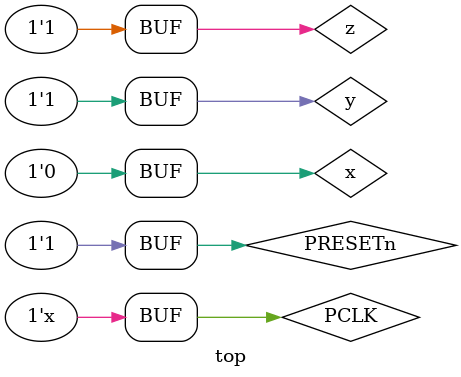
<source format=v>
`timescale 1ns/1ps

module top();
    wire x=0;
    wire y=1;
    wire z;
    assign z = x+y;
    wire 		RX;
	wire 		TX;
	reg 		PCLK = 0;
	wire 		PRESETn = 1;
	wire [31:0]	PADDR;
	wire 		PWRITE;
	wire 		PSEL;
	wire 		PENABLE;
	wire [31:0]	PWDATA;
	wire [31:0]	PRDATA;
	wire 		PREADY;
	wire 		irq;
     // monitor inside signals
    wire tx_done = dut.instance_to_wrap.tx_done;
    wire rx_done = dut.instance_to_wrap.rx_done;
    EF_UART_APB dut(.rx(RX), .tx(TX), .PCLK(PCLK), .PRESETn(PRESETn), .PADDR(PADDR), .PWRITE(PWRITE), .PSEL(PSEL), .PENABLE(PENABLE), .PWDATA(PWDATA), .PRDATA(PRDATA), .PREADY(PREADY), .IRQ(irq));
    initial begin
        $dumpfile ({"waves.vcd"});
        $dumpvars(0, top);
    end
    always #10 PCLK = !PCLK; // clk generator

   
	
endmodule
</source>
